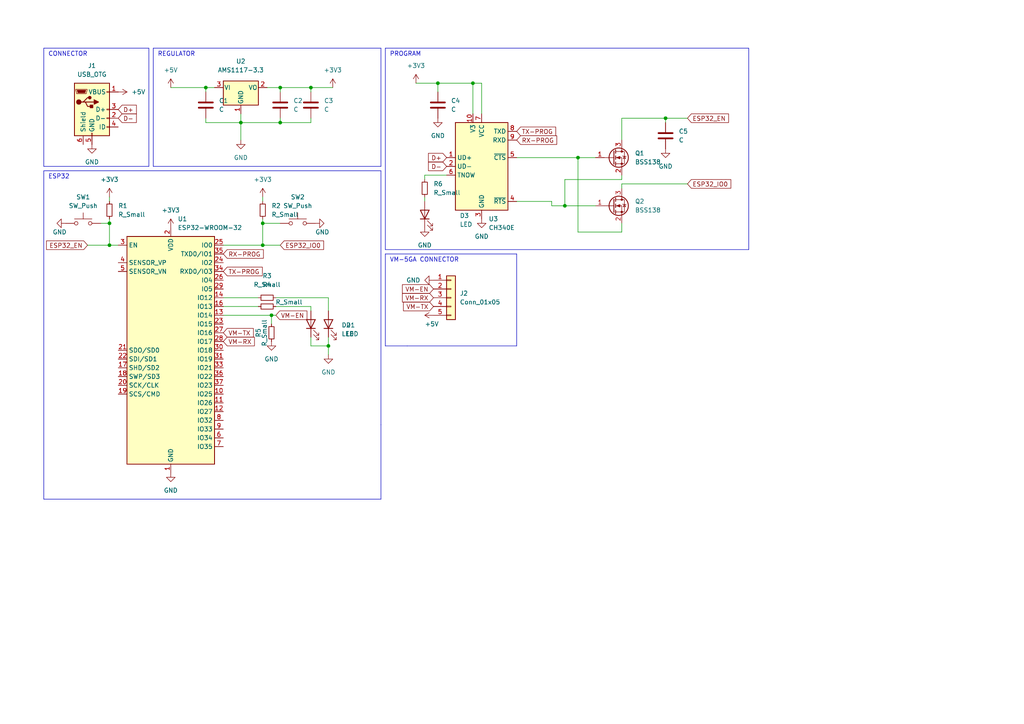
<source format=kicad_sch>
(kicad_sch (version 20230121) (generator eeschema)
  (paper "A4")
  (lib_symbols
    (symbol "Connector:USB_OTG" (pin_names (offset 1.016))
      (property "Reference" "J" (at -5.08 11.43 0))
      (property "Value" "USB_OTG" (at -5.08 8.89 0))
      (symbol "USB_OTG_0_1"
        (rectangle (start -5.08 -7.62) (end 5.08 7.62) (stroke (width 0.254)) (fill (type background)))
        (circle (center -3.81 2.159) (radius 0.635) (stroke (width 0.254)) (fill (type outline)))
        (circle (center -0.635 3.429) (radius 0.381) (stroke (width 0.254)) (fill (type outline)))
        (rectangle (start -0.127 -7.62) (end 0.127 -6.858))
        (polyline (pts (xy -1.905 2.159) (xy 0.635 2.159)) (stroke (width 0.254)))
        (polyline (pts (xy -3.175 2.159) (xy -2.54 2.159) (xy -1.27 3.429) (xy -0.635 3.429)) (stroke (width 0.254)))
        (polyline (pts (xy -2.54 2.159) (xy -1.905 2.159) (xy -1.27 0.889) (xy 0 0.889)) (stroke (width 0.254)))
        (polyline (pts (xy 0.635 2.794) (xy 0.635 1.524) (xy 1.905 2.159) (xy 0.635 2.794)) (stroke (width 0.254)) (fill (type outline)))
        (polyline (pts (xy -4.318 5.588) (xy -1.778 5.588) (xy -2.032 4.826) (xy -4.064 4.826) (xy -4.318 5.588)) (fill (type outline)))
        (polyline (pts (xy -4.699 5.842) (xy -4.699 5.588) (xy -4.445 4.826) (xy -4.445 4.572) (xy -1.651 4.572) (xy -1.651 4.826) (xy -1.397 5.588) (xy -1.397 5.842) (xy -4.699 5.842)))
        (rectangle (start 0.254 1.27) (end -0.508 0.508) (stroke (width 0.254)) (fill (type outline)))
        (rectangle (start 5.08 -5.207) (end 4.318 -4.953))
        (rectangle (start 5.08 -2.667) (end 4.318 -2.413))
        (rectangle (start 5.08 -0.127) (end 4.318 0.127))
        (rectangle (start 5.08 4.953) (end 4.318 5.207))
      )
      (symbol "USB_OTG_1_1"
        (pin passive line (at 7.62 5.08 180) (length 2.54) (name "VBUS") (number "1"))
        (pin bidirectional line (at 7.62 -2.54 180) (length 2.54) (name "D-") (number "2"))
        (pin bidirectional line (at 7.62 0 180) (length 2.54) (name "D+") (number "3"))
        (pin passive line (at 7.62 -5.08 180) (length 2.54) (name "ID") (number "4"))
        (pin passive line (at 0 -10.16 90) (length 2.54) (name "GND") (number "5"))
        (pin passive line (at -2.54 -10.16 90) (length 2.54) (name "Shield") (number "6"))
      )
    )
    (symbol "Connector_Generic:Conn_01x05" (pin_names (offset 1.016) hide)
      (property "Reference" "J" (at 0 7.62 0))
      (property "Value" "Conn_01x05" (at 0 -7.62 0))
      (symbol "Conn_01x05_1_1"
        (rectangle (start -1.27 -4.953) (end 0 -5.207) (stroke (width 0.1524)))
        (rectangle (start -1.27 -2.413) (end 0 -2.667) (stroke (width 0.1524)))
        (rectangle (start -1.27 0.127) (end 0 -0.127) (stroke (width 0.1524)))
        (rectangle (start -1.27 2.667) (end 0 2.413) (stroke (width 0.1524)))
        (rectangle (start -1.27 5.207) (end 0 4.953) (stroke (width 0.1524)))
        (rectangle (start -1.27 6.35) (end 1.27 -6.35) (stroke (width 0.254)) (fill (type background)))
        (pin passive line (at -5.08 5.08 0) (length 3.81) (name "Pin_1") (number "1"))
        (pin passive line (at -5.08 2.54 0) (length 3.81) (name "Pin_2") (number "2"))
        (pin passive line (at -5.08 0 0) (length 3.81) (name "Pin_3") (number "3"))
        (pin passive line (at -5.08 -2.54 0) (length 3.81) (name "Pin_4") (number "4"))
        (pin passive line (at -5.08 -5.08 0) (length 3.81) (name "Pin_5") (number "5"))
      )
    )
    (symbol "Device:C" (pin_numbers hide) (pin_names (offset 0.254))
      (property "Reference" "C" (at 0.635 2.54 0))
      (property "Value" "C" (at 0.635 -2.54 0))
      (symbol "C_0_1"
        (polyline (pts (xy -2.032 -0.762) (xy 2.032 -0.762)) (stroke (width 0.508)))
        (polyline (pts (xy -2.032 0.762) (xy 2.032 0.762)) (stroke (width 0.508)))
      )
      (symbol "C_1_1"
        (pin passive line (at 0 3.81 270) (length 2.794) (name "~") (number "1"))
        (pin passive line (at 0 -3.81 90) (length 2.794) (name "~") (number "2"))
      )
    )
    (symbol "Device:LED" (pin_numbers hide) (pin_names (offset 1.016) hide)
      (property "Reference" "D" (at 0 2.54 0))
      (property "Value" "LED" (at 0 -2.54 0))
      (symbol "LED_0_1"
        (polyline (pts (xy -1.27 -1.27) (xy -1.27 1.27)) (stroke (width 0.254)))
        (polyline (pts (xy -1.27 0) (xy 1.27 0)))
        (polyline (pts (xy 1.27 -1.27) (xy 1.27 1.27) (xy -1.27 0) (xy 1.27 -1.27)) (stroke (width 0.254)))
        (polyline (pts (xy -3.048 -0.762) (xy -4.572 -2.286) (xy -3.81 -2.286) (xy -4.572 -2.286) (xy -4.572 -1.524)))
        (polyline (pts (xy -1.778 -0.762) (xy -3.302 -2.286) (xy -2.54 -2.286) (xy -3.302 -2.286) (xy -3.302 -1.524)))
      )
      (symbol "LED_1_1"
        (pin passive line (at -3.81 0 0) (length 2.54) (name "K") (number "1"))
        (pin passive line (at 3.81 0 180) (length 2.54) (name "A") (number "2"))
      )
    )
    (symbol "Device:R_Small" (pin_numbers hide) (pin_names (offset 0.254) hide)
      (property "Reference" "R" (at 0.762 0.508 0))
      (property "Value" "R_Small" (at 0.762 -1.016 0))
      (symbol "R_Small_0_1"
        (rectangle (start -0.762 1.778) (end 0.762 -1.778) (stroke (width 0.2032)))
      )
      (symbol "R_Small_1_1"
        (pin passive line (at 0 2.54 270) (length 0.762) (name "~") (number "1"))
        (pin passive line (at 0 -2.54 90) (length 0.762) (name "~") (number "2"))
      )
    )
    (symbol "Interface_USB:CH340E"
      (property "Reference" "U" (at -5.08 13.97 0))
      (property "Value" "CH340E" (at 1.27 13.97 0))
      (symbol "CH340E_0_1"
        (rectangle (start -7.62 12.7) (end 7.62 -12.7) (stroke (width 0.254)) (fill (type background)))
      )
      (symbol "CH340E_1_1"
        (pin bidirectional line (at -10.16 2.54 0) (length 2.54) (name "UD+") (number "1"))
        (pin passive line (at -2.54 15.24 270) (length 2.54) (name "V3") (number "10"))
        (pin bidirectional line (at -10.16 0 0) (length 2.54) (name "UD-") (number "2"))
        (pin power_in line (at 0 -15.24 90) (length 2.54) (name "GND") (number "3"))
        (pin output line (at 10.16 -10.16 180) (length 2.54) (name "~{RTS}") (number "4"))
        (pin input line (at 10.16 2.54 180) (length 2.54) (name "~{CTS}") (number "5"))
        (pin output line (at -10.16 -2.54 0) (length 2.54) (name "TNOW") (number "6"))
        (pin power_in line (at 0 15.24 270) (length 2.54) (name "VCC") (number "7"))
        (pin output line (at 10.16 10.16 180) (length 2.54) (name "TXD") (number "8"))
        (pin input line (at 10.16 7.62 180) (length 2.54) (name "RXD") (number "9"))
      )
    )
    (symbol "RF_Module:ESP32-WROOM-32"
      (property "Reference" "U" (at -12.7 34.29 0))
      (property "Value" "ESP32-WROOM-32" (at 1.27 34.29 0))
      (symbol "ESP32-WROOM-32_0_1"
        (rectangle (start -12.7 33.02) (end 12.7 -33.02) (stroke (width 0.254)) (fill (type background)))
      )
      (symbol "ESP32-WROOM-32_1_1"
        (pin power_in line (at 0 -35.56 90) (length 2.54) (name "GND") (number "1"))
        (pin bidirectional line (at 15.24 -12.7 180) (length 2.54) (name "IO25") (number "10"))
        (pin bidirectional line (at 15.24 -15.24 180) (length 2.54) (name "IO26") (number "11"))
        (pin bidirectional line (at 15.24 -17.78 180) (length 2.54) (name "IO27") (number "12"))
        (pin bidirectional line (at 15.24 10.16 180) (length 2.54) (name "IO14") (number "13"))
        (pin bidirectional line (at 15.24 15.24 180) (length 2.54) (name "IO12") (number "14"))
        (pin passive line (at 0 -35.56 90) (length 2.54) hide (name "GND") (number "15"))
        (pin bidirectional line (at 15.24 12.7 180) (length 2.54) (name "IO13") (number "16"))
        (pin bidirectional line (at -15.24 -5.08 0) (length 2.54) (name "SHD/SD2") (number "17"))
        (pin bidirectional line (at -15.24 -7.62 0) (length 2.54) (name "SWP/SD3") (number "18"))
        (pin bidirectional line (at -15.24 -12.7 0) (length 2.54) (name "SCS/CMD") (number "19"))
        (pin power_in line (at 0 35.56 270) (length 2.54) (name "VDD") (number "2"))
        (pin bidirectional line (at -15.24 -10.16 0) (length 2.54) (name "SCK/CLK") (number "20"))
        (pin bidirectional line (at -15.24 0 0) (length 2.54) (name "SDO/SD0") (number "21"))
        (pin bidirectional line (at -15.24 -2.54 0) (length 2.54) (name "SDI/SD1") (number "22"))
        (pin bidirectional line (at 15.24 7.62 180) (length 2.54) (name "IO15") (number "23"))
        (pin bidirectional line (at 15.24 25.4 180) (length 2.54) (name "IO2") (number "24"))
        (pin bidirectional line (at 15.24 30.48 180) (length 2.54) (name "IO0") (number "25"))
        (pin bidirectional line (at 15.24 20.32 180) (length 2.54) (name "IO4") (number "26"))
        (pin bidirectional line (at 15.24 5.08 180) (length 2.54) (name "IO16") (number "27"))
        (pin bidirectional line (at 15.24 2.54 180) (length 2.54) (name "IO17") (number "28"))
        (pin bidirectional line (at 15.24 17.78 180) (length 2.54) (name "IO5") (number "29"))
        (pin input line (at -15.24 30.48 0) (length 2.54) (name "EN") (number "3"))
        (pin bidirectional line (at 15.24 0 180) (length 2.54) (name "IO18") (number "30"))
        (pin bidirectional line (at 15.24 -2.54 180) (length 2.54) (name "IO19") (number "31"))
        (pin no_connect line (at -12.7 -27.94 0) (length 2.54) hide (name "NC") (number "32"))
        (pin bidirectional line (at 15.24 -5.08 180) (length 2.54) (name "IO21") (number "33"))
        (pin bidirectional line (at 15.24 22.86 180) (length 2.54) (name "RXD0/IO3") (number "34"))
        (pin bidirectional line (at 15.24 27.94 180) (length 2.54) (name "TXD0/IO1") (number "35"))
        (pin bidirectional line (at 15.24 -7.62 180) (length 2.54) (name "IO22") (number "36"))
        (pin bidirectional line (at 15.24 -10.16 180) (length 2.54) (name "IO23") (number "37"))
        (pin passive line (at 0 -35.56 90) (length 2.54) hide (name "GND") (number "38"))
        (pin passive line (at 0 -35.56 90) (length 2.54) hide (name "GND") (number "39"))
        (pin input line (at -15.24 25.4 0) (length 2.54) (name "SENSOR_VP") (number "4"))
        (pin input line (at -15.24 22.86 0) (length 2.54) (name "SENSOR_VN") (number "5"))
        (pin input line (at 15.24 -25.4 180) (length 2.54) (name "IO34") (number "6"))
        (pin input line (at 15.24 -27.94 180) (length 2.54) (name "IO35") (number "7"))
        (pin bidirectional line (at 15.24 -20.32 180) (length 2.54) (name "IO32") (number "8"))
        (pin bidirectional line (at 15.24 -22.86 180) (length 2.54) (name "IO33") (number "9"))
      )
    )
    (symbol "Regulator_Linear:AMS1117-3.3" (pin_names (offset 0.254))
      (property "Reference" "U" (at -3.81 3.175 0))
      (property "Value" "AMS1117-3.3" (at 0 3.175 0))
      (symbol "AMS1117-3.3_0_1"
        (rectangle (start -5.08 -5.08) (end 5.08 1.905) (stroke (width 0.254)) (fill (type background)))
      )
      (symbol "AMS1117-3.3_1_1"
        (pin power_in line (at 0 -7.62 90) (length 2.54) (name "GND") (number "1"))
        (pin power_out line (at 7.62 0 180) (length 2.54) (name "VO") (number "2"))
        (pin power_in line (at -7.62 0 0) (length 2.54) (name "VI") (number "3"))
      )
    )
    (symbol "Switch:SW_Push" (pin_numbers hide) (pin_names (offset 1.016) hide)
      (property "Reference" "SW" (at 1.27 2.54 0))
      (property "Value" "SW_Push" (at 0 -1.524 0))
      (symbol "SW_Push_0_1"
        (circle (center -2.032 0) (radius 0.508))
        (polyline (pts (xy 0 1.27) (xy 0 3.048)))
        (polyline (pts (xy 2.54 1.27) (xy -2.54 1.27)))
        (circle (center 2.032 0) (radius 0.508))
        (pin passive line (at -5.08 0 0) (length 2.54) (name "1") (number "1"))
        (pin passive line (at 5.08 0 180) (length 2.54) (name "2") (number "2"))
      )
    )
    (symbol "Transistor_FET:BSS138" (pin_names hide)
      (property "Reference" "Q" (at 5.08 1.905 0))
      (property "Value" "BSS138" (at 5.08 0 0))
      (symbol "BSS138_0_1"
        (polyline (pts (xy 0.254 0) (xy -2.54 0)))
        (polyline (pts (xy 0.254 1.905) (xy 0.254 -1.905)) (stroke (width 0.254)))
        (polyline (pts (xy 0.762 -1.27) (xy 0.762 -2.286)) (stroke (width 0.254)))
        (polyline (pts (xy 0.762 0.508) (xy 0.762 -0.508)) (stroke (width 0.254)))
        (polyline (pts (xy 0.762 2.286) (xy 0.762 1.27)) (stroke (width 0.254)))
        (polyline (pts (xy 2.54 2.54) (xy 2.54 1.778)))
        (polyline (pts (xy 2.54 -2.54) (xy 2.54 0) (xy 0.762 0)))
        (polyline (pts (xy 0.762 -1.778) (xy 3.302 -1.778) (xy 3.302 1.778) (xy 0.762 1.778)))
        (polyline (pts (xy 1.016 0) (xy 2.032 0.381) (xy 2.032 -0.381) (xy 1.016 0)) (fill (type outline)))
        (polyline (pts (xy 2.794 0.508) (xy 2.921 0.381) (xy 3.683 0.381) (xy 3.81 0.254)))
        (polyline (pts (xy 3.302 0.381) (xy 2.921 -0.254) (xy 3.683 -0.254) (xy 3.302 0.381)))
        (circle (center 1.651 0) (radius 2.794) (stroke (width 0.254)))
        (circle (center 2.54 -1.778) (radius 0.254) (fill (type outline)))
        (circle (center 2.54 1.778) (radius 0.254) (fill (type outline)))
      )
      (symbol "BSS138_1_1"
        (pin input line (at -5.08 0 0) (length 2.54) (name "G") (number "1"))
        (pin passive line (at 2.54 -5.08 90) (length 2.54) (name "S") (number "2"))
        (pin passive line (at 2.54 5.08 270) (length 2.54) (name "D") (number "3"))
      )
    )
    (symbol "power:+3V3" (power) (pin_names (offset 0))
      (property "Value" "+3V3" (at 0 3.556 0))
      (symbol "+3V3_0_1"
        (polyline (pts (xy -0.762 1.27) (xy 0 2.54)))
        (polyline (pts (xy 0 0) (xy 0 2.54)))
        (polyline (pts (xy 0 2.54) (xy 0.762 1.27)))
      )
      (symbol "+3V3_1_1"
        (pin power_in line (at 0 0 90) (length 0) hide (name "+3V3") (number "1"))
      )
    )
    (symbol "power:+5V" (power) (pin_names (offset 0))
      (property "Value" "+5V" (at 0 3.556 0))
      (symbol "+5V_0_1"
        (polyline (pts (xy -0.762 1.27) (xy 0 2.54)))
        (polyline (pts (xy 0 0) (xy 0 2.54)))
        (polyline (pts (xy 0 2.54) (xy 0.762 1.27)))
      )
      (symbol "+5V_1_1"
        (pin power_in line (at 0 0 90) (length 0) hide (name "+5V") (number "1"))
      )
    )
    (symbol "power:GND" (power) (pin_names (offset 0))
      (property "Value" "GND" (at 0 -3.81 0))
      (symbol "GND_0_1"
        (polyline (pts (xy 0 0) (xy 0 -1.27) (xy 1.27 -1.27) (xy 0 -2.54) (xy -1.27 -1.27) (xy 0 -1.27)))
      )
      (symbol "GND_1_1"
        (pin power_in line (at 0 0 270) (length 0) hide (name "GND") (number "1"))
      )
    )
  )
  (junction (at 31.75 71.12))
  (junction (at 78.74 91.44))
  (junction (at 95.25 100.33))
  (junction (at 59.69 25.4))
  (junction (at 127 24.13))
  (junction (at 163.83 59.69))
  (junction (at 81.28 35.56))
  (junction (at 69.85 35.56))
  (junction (at 137.16 24.13))
  (junction (at 76.2 64.77))
  (junction (at 193.04 34.29))
  (junction (at 90.17 25.4))
  (junction (at 81.28 25.4))
  (junction (at 31.75 64.77))
  (junction (at 76.2 71.12))
  (junction (at 167.64 45.72))
  (wire (pts (xy 90.17 25.4) (xy 96.52 25.4)))
  (polyline (pts (xy 111.76 73.66) (xy 111.76 100.33)))
  (wire (pts (xy 95.25 100.33) (xy 95.25 102.87)))
  (polyline (pts (xy 43.18 48.26) (xy 43.18 13.97)))
  (wire (pts (xy 76.2 71.12) (xy 64.77 71.12)))
  (wire (pts (xy 76.2 63.5) (xy 76.2 64.77)))
  (wire (pts (xy 167.64 45.72) (xy 172.72 45.72)))
  (polyline (pts (xy 111.76 72.39) (xy 217.17 72.39)))
  (wire (pts (xy 81.28 26.67) (xy 81.28 25.4)))
  (polyline (pts (xy 43.18 13.97) (xy 12.7 13.97)))
  (polyline (pts (xy 12.7 48.26) (xy 43.18 48.26)))
  (wire (pts (xy 90.17 26.67) (xy 90.17 25.4)))
  (wire (pts (xy 123.19 52.07) (xy 123.19 50.8)))
  (polyline (pts (xy 12.7 49.53) (xy 12.7 144.78)))
  (wire (pts (xy 180.34 52.07) (xy 163.83 52.07)))
  (wire (pts (xy 180.34 67.31) (xy 167.64 67.31)))
  (wire (pts (xy 31.75 63.5) (xy 31.75 64.77)))
  (wire (pts (xy 90.17 88.9) (xy 90.17 90.17)))
  (polyline (pts (xy 44.45 48.26) (xy 44.45 13.97)))
  (wire (pts (xy 80.01 88.9) (xy 90.17 88.9)))
  (wire (pts (xy 77.47 25.4) (xy 81.28 25.4)))
  (wire (pts (xy 49.53 25.4) (xy 59.69 25.4)))
  (wire (pts (xy 180.34 54.61) (xy 180.34 53.34)))
  (wire (pts (xy 59.69 35.56) (xy 69.85 35.56)))
  (wire (pts (xy 180.34 53.34) (xy 199.39 53.34)))
  (wire (pts (xy 90.17 97.79) (xy 90.17 100.33)))
  (wire (pts (xy 69.85 35.56) (xy 69.85 40.64)))
  (wire (pts (xy 59.69 25.4) (xy 62.23 25.4)))
  (polyline (pts (xy 110.49 123.19) (xy 110.49 144.78)))
  (wire (pts (xy 180.34 64.77) (xy 180.34 67.31)))
  (wire (pts (xy 59.69 34.29) (xy 59.69 35.56)))
  (wire (pts (xy 137.16 24.13) (xy 137.16 33.02)))
  (polyline (pts (xy 44.45 13.97) (xy 110.49 13.97)))
  (wire (pts (xy 64.77 91.44) (xy 78.74 91.44)))
  (wire (pts (xy 76.2 71.12) (xy 76.2 64.77)))
  (wire (pts (xy 137.16 24.13) (xy 139.7 24.13)))
  (polyline (pts (xy 110.49 123.19) (xy 110.49 49.53)))
  (wire (pts (xy 31.75 71.12) (xy 31.75 64.77)))
  (wire (pts (xy 31.75 64.77) (xy 29.21 64.77)))
  (wire (pts (xy 78.74 91.44) (xy 80.01 91.44)))
  (wire (pts (xy 80.01 86.36) (xy 95.25 86.36)))
  (wire (pts (xy 163.83 59.69) (xy 160.02 59.69)))
  (wire (pts (xy 123.19 57.15) (xy 123.19 58.42)))
  (polyline (pts (xy 111.76 100.33) (xy 118.11 100.33)))
  (wire (pts (xy 90.17 34.29) (xy 90.17 35.56)))
  (wire (pts (xy 180.34 50.8) (xy 180.34 52.07)))
  (polyline (pts (xy 110.49 13.97) (xy 110.49 48.26)))
  (wire (pts (xy 193.04 34.29) (xy 193.04 35.56)))
  (wire (pts (xy 167.64 67.31) (xy 167.64 45.72)))
  (wire (pts (xy 180.34 40.64) (xy 180.34 34.29)))
  (wire (pts (xy 160.02 58.42) (xy 149.86 58.42)))
  (wire (pts (xy 31.75 57.15) (xy 31.75 58.42)))
  (wire (pts (xy 90.17 100.33) (xy 95.25 100.33)))
  (wire (pts (xy 81.28 25.4) (xy 90.17 25.4)))
  (wire (pts (xy 76.2 64.77) (xy 81.28 64.77)))
  (polyline (pts (xy 12.7 144.78) (xy 110.49 144.78)))
  (wire (pts (xy 123.19 50.8) (xy 129.54 50.8)))
  (polyline (pts (xy 118.11 100.33) (xy 149.86 100.33)))
  (polyline (pts (xy 12.7 13.97) (xy 12.7 48.26)))
  (wire (pts (xy 193.04 34.29) (xy 199.39 34.29)))
  (wire (pts (xy 25.4 71.12) (xy 31.75 71.12)))
  (wire (pts (xy 95.25 86.36) (xy 95.25 90.17)))
  (wire (pts (xy 31.75 71.12) (xy 34.29 71.12)))
  (wire (pts (xy 120.65 24.13) (xy 127 24.13)))
  (wire (pts (xy 172.72 59.69) (xy 163.83 59.69)))
  (wire (pts (xy 139.7 33.02) (xy 139.7 24.13)))
  (polyline (pts (xy 110.49 48.26) (xy 44.45 48.26)))
  (wire (pts (xy 78.74 91.44) (xy 78.74 93.98)))
  (polyline (pts (xy 111.76 13.97) (xy 111.76 72.39)))
  (polyline (pts (xy 217.17 13.97) (xy 111.76 13.97)))
  (wire (pts (xy 90.17 35.56) (xy 81.28 35.56)))
  (wire (pts (xy 180.34 34.29) (xy 193.04 34.29)))
  (wire (pts (xy 64.77 86.36) (xy 74.93 86.36)))
  (wire (pts (xy 163.83 52.07) (xy 163.83 59.69)))
  (wire (pts (xy 149.86 45.72) (xy 167.64 45.72)))
  (wire (pts (xy 64.77 88.9) (xy 74.93 88.9)))
  (wire (pts (xy 69.85 33.02) (xy 69.85 35.56)))
  (wire (pts (xy 59.69 25.4) (xy 59.69 26.67)))
  (polyline (pts (xy 149.86 100.33) (xy 149.86 73.66)))
  (wire (pts (xy 95.25 97.79) (xy 95.25 100.33)))
  (polyline (pts (xy 217.17 72.39) (xy 217.17 13.97)))
  (wire (pts (xy 76.2 57.15) (xy 76.2 58.42)))
  (wire (pts (xy 81.28 35.56) (xy 69.85 35.56)))
  (wire (pts (xy 81.28 34.29) (xy 81.28 35.56)))
  (wire (pts (xy 81.28 71.12) (xy 76.2 71.12)))
  (wire (pts (xy 127 24.13) (xy 127 26.67)))
  (wire (pts (xy 160.02 59.69) (xy 160.02 58.42)))
  (wire (pts (xy 127 24.13) (xy 137.16 24.13)))
  (polyline (pts (xy 149.86 73.66) (xy 111.76 73.66)))
  (polyline (pts (xy 110.49 49.53) (xy 12.7 49.53)))
  (text "VM-5GA CONNECTOR\n" (at 113.03 76.2 0) (effects (font (size 1.27 1.27)) (justify left bottom)))
  (text "REGULATOR" (at 45.72 16.51 0) (effects (font (size 1.27 1.27)) (justify left bottom)))
  (text "ESP32\n" (at 13.97 52.07 0) (effects (font (size 1.27 1.27)) (justify left bottom)))
  (text "PROGRAM" (at 113.03 16.51 0) (effects (font (size 1.27 1.27)) (justify left bottom)))
  (text "CONNECTOR" (at 13.97 16.51 0) (effects (font (size 1.27 1.27)) (justify left bottom)))
  (global_label "VM-RX" (shape input) (at 125.73 86.36 180) (property "Intersheetrefs" "${INTERSHEET_REFS}" (effects hide)))
  (global_label "ESP32_EN" (shape input) (at 25.4 71.12 180) (property "Intersheetrefs" "${INTERSHEET_REFS}" (effects hide)))
  (global_label "ESP32_EN" (shape input) (at 199.39 34.29 0) (property "Intersheetrefs" "${INTERSHEET_REFS}" (effects hide)))
  (global_label "TX-PROG" (shape input) (at 149.86 38.1 0) (property "Intersheetrefs" "${INTERSHEET_REFS}" (effects hide)))
  (global_label "D+" (shape input) (at 129.54 45.72 180) (property "Intersheetrefs" "${INTERSHEET_REFS}" (effects hide)))
  (global_label "VM-EN" (shape input) (at 80.01 91.44 0) (property "Intersheetrefs" "${INTERSHEET_REFS}" (effects hide)))
  (global_label "D+" (shape input) (at 34.29 31.75 0) (property "Intersheetrefs" "${INTERSHEET_REFS}" (effects hide)))
  (global_label "TX-PROG" (shape input) (at 64.77 78.74 0) (property "Intersheetrefs" "${INTERSHEET_REFS}" (effects hide)))
  (global_label "D-" (shape input) (at 129.54 48.26 180) (property "Intersheetrefs" "${INTERSHEET_REFS}" (effects hide)))
  (global_label "VM-EN" (shape input) (at 125.73 83.82 180) (property "Intersheetrefs" "${INTERSHEET_REFS}" (effects hide)))
  (global_label "ESP32_IO0" (shape input) (at 199.39 53.34 0) (property "Intersheetrefs" "${INTERSHEET_REFS}" (effects hide)))
  (global_label "VM-TX" (shape input) (at 125.73 88.9 180) (property "Intersheetrefs" "${INTERSHEET_REFS}" (effects hide)))
  (global_label "RX-PROG" (shape input) (at 149.86 40.64 0) (property "Intersheetrefs" "${INTERSHEET_REFS}" (effects hide)))
  (global_label "ESP32_IO0" (shape input) (at 81.28 71.12 0) (property "Intersheetrefs" "${INTERSHEET_REFS}" (effects hide)))
  (global_label "RX-PROG" (shape input) (at 64.77 73.66 0) (property "Intersheetrefs" "${INTERSHEET_REFS}" (effects hide)))
  (global_label "D-" (shape input) (at 34.29 34.29 0) (property "Intersheetrefs" "${INTERSHEET_REFS}" (effects hide)))
  (global_label "VM-TX" (shape input) (at 64.77 96.52 0) (property "Intersheetrefs" "${INTERSHEET_REFS}" (effects hide)))
  (global_label "VM-RX" (shape input) (at 64.77 99.06 0) (property "Intersheetrefs" "${INTERSHEET_REFS}" (effects hide)))
  (symbol (lib_id "Device:LED") (at 123.19 62.23 90) (unit 1)
    (property "Reference" "D3" (at 133.35 62.5474 90) (effects (justify right)))
    (property "Value" "LED" (at 133.35 65.0874 90) (effects (justify right)))
    (property "Footprint" "LED_SMD:LED_0603_1608Metric" (effects hide))
  )
  (symbol (lib_id "power:GND") (at 193.04 43.18 0) (unit 1)
    (property "Reference" "#PWR0101" (effects hide))
    (property "Value" "GND" (at 193.04 48.26 0))
  )
  (symbol (lib_id "power:+3V3") (at 49.53 66.04 0) (unit 1)
    (property "Reference" "#PWR0114" (effects hide))
    (property "Value" "+3V3" (at 49.53 60.96 0))
  )
  (symbol (lib_id "power:GND") (at 123.19 66.04 0) (unit 1)
    (property "Reference" "#PWR01" (effects hide))
    (property "Value" "GND" (at 123.19 71.12 0))
  )
  (symbol (lib_id "Device:R_Small") (at 76.2 60.96 0) (unit 1)
    (property "Reference" "R2" (at 78.74 59.6899 0) (effects (justify left)))
    (property "Value" "R_Small" (at 78.74 62.2299 0) (effects (justify left)))
    (property "Footprint" "Resistor_SMD:R_0603_1608Metric" (effects hide))
  )
  (symbol (lib_id "Device:R_Small") (at 123.19 54.61 180) (unit 1)
    (property "Reference" "R6" (at 125.73 53.34 0) (effects (justify right)))
    (property "Value" "R_Small" (at 125.73 55.88 0) (effects (justify right)))
    (property "Footprint" "Resistor_SMD:R_0603_1608Metric" (effects hide))
  )
  (symbol (lib_id "power:GND") (at 69.85 40.64 0) (unit 1)
    (property "Reference" "#PWR0106" (effects hide))
    (property "Value" "GND" (at 69.85 45.72 0))
  )
  (symbol (lib_id "Switch:SW_Push") (at 24.13 64.77 0) (unit 1)
    (property "Reference" "SW1" (at 24.13 57.15 0))
    (property "Value" "SW_Push" (at 24.13 59.69 0))
    (property "Footprint" "Button_Switch_SMD:SW_SPST_FSMSM" (effects hide))
  )
  (symbol (lib_id "power:+3V3") (at 96.52 25.4 0) (unit 1)
    (property "Reference" "#PWR0105" (effects hide))
    (property "Value" "+3V3" (at 96.52 20.32 0))
  )
  (symbol (lib_id "Device:R_Small") (at 31.75 60.96 0) (unit 1)
    (property "Reference" "R1" (at 34.29 59.6899 0) (effects (justify left)))
    (property "Value" "R_Small" (at 34.29 62.2299 0) (effects (justify left)))
    (property "Footprint" "Resistor_SMD:R_0603_1608Metric" (effects hide))
  )
  (symbol (lib_id "power:+5V") (at 125.73 91.44 90) (unit 1)
    (property "Reference" "#PWR0116" (effects hide))
    (property "Value" "+5V" (at 123.19 93.98 90) (effects (justify right)))
  )
  (symbol (lib_id "power:GND") (at 125.73 81.28 270) (unit 1)
    (property "Reference" "#PWR0117" (effects hide))
    (property "Value" "GND" (at 121.92 81.2799 90) (effects (justify right)))
  )
  (symbol (lib_id "Interface_USB:CH340E") (at 139.7 48.26 0) (unit 1)
    (property "Reference" "U3" (at 141.7194 63.5 0) (effects (justify left)))
    (property "Value" "CH340E" (at 141.7194 66.04 0) (effects (justify left)))
    (property "Footprint" "Package_SO:MSOP-10_3x3mm_P0.5mm" (effects hide))
    (property "Datasheet" "https://www.mpja.com/download/35227cpdata.pdf" (effects hide))
  )
  (symbol (lib_id "Device:LED") (at 95.25 93.98 90) (unit 1)
    (property "Reference" "D2" (at 99.06 94.2974 90) (effects (justify right)))
    (property "Value" "LED" (at 99.06 96.8374 90) (effects (justify right)))
    (property "Footprint" "LED_SMD:LED_0603_1608Metric" (effects hide))
  )
  (symbol (lib_id "Device:LED") (at 90.17 93.98 90) (unit 1)
    (property "Reference" "D1" (at 100.33 94.2974 90) (effects (justify right)))
    (property "Value" "LED" (at 100.33 96.8374 90) (effects (justify right)))
    (property "Footprint" "LED_SMD:LED_0603_1608Metric" (effects hide))
  )
  (symbol (lib_id "power:GND") (at 78.74 99.06 0) (unit 1)
    (property "Reference" "#PWR0118" (effects hide))
    (property "Value" "GND" (at 78.74 104.14 0))
  )
  (symbol (lib_id "Transistor_FET:BSS138") (at 177.8 59.69 0) (unit 1)
    (property "Reference" "Q2" (at 184.15 58.4199 0) (effects (justify left)))
    (property "Value" "BSS138" (at 184.15 60.9599 0) (effects (justify left)))
    (property "Footprint" "Package_TO_SOT_SMD:SOT-23" (effects hide))
    (property "Datasheet" "https://www.onsemi.com/pub/Collateral/BSS138-D.PDF" (effects hide))
  )
  (symbol (lib_id "Connector_Generic:Conn_01x05") (at 130.81 86.36 0) (unit 1)
    (property "Reference" "J2" (at 133.35 85.0899 0) (effects (justify left)))
    (property "Value" "Conn_01x05" (at 133.35 87.6299 0) (effects (justify left)))
    (property "Footprint" "Connector_PinHeader_2.54mm:PinHeader_1x05_P2.54mm_Vertical" (effects hide))
  )
  (symbol (lib_id "Device:C") (at 59.69 30.48 0) (unit 1)
    (property "Reference" "C1" (at 63.5 29.2099 0) (effects (justify left)))
    (property "Value" "C" (at 63.5 31.7499 0) (effects (justify left)))
    (property "Footprint" "Capacitor_SMD:C_0603_1608Metric" (effects hide))
  )
  (symbol (lib_id "Device:R_Small") (at 77.47 88.9 90) (unit 1)
    (property "Reference" "R4" (at 77.47 82.55 90))
    (property "Value" "R_Small" (at 83.82 87.63 90))
    (property "Footprint" "Resistor_SMD:R_0603_1608Metric" (effects hide))
  )
  (symbol (lib_id "Switch:SW_Push") (at 86.36 64.77 0) (unit 1)
    (property "Reference" "SW2" (at 86.36 57.15 0))
    (property "Value" "SW_Push" (at 86.36 59.69 0))
    (property "Footprint" "Button_Switch_SMD:SW_SPST_FSMSM" (effects hide))
  )
  (symbol (lib_id "Regulator_Linear:AMS1117-3.3") (at 69.85 25.4 0) (unit 1)
    (property "Reference" "U2" (at 69.85 17.78 0))
    (property "Value" "AMS1117-3.3" (at 69.85 20.32 0))
    (property "Footprint" "Package_TO_SOT_SMD:SOT-223-3_TabPin2" (effects hide))
    (property "Datasheet" "http://www.advanced-monolithic.com/pdf/ds1117.pdf" (effects hide))
  )
  (symbol (lib_id "Device:C") (at 81.28 30.48 0) (unit 1)
    (property "Reference" "C2" (at 85.09 29.2099 0) (effects (justify left)))
    (property "Value" "C" (at 85.09 31.7499 0) (effects (justify left)))
    (property "Footprint" "Capacitor_SMD:C_0603_1608Metric" (effects hide))
  )
  (symbol (lib_id "Device:C") (at 127 30.48 0) (unit 1)
    (property "Reference" "C4" (at 130.81 29.2099 0) (effects (justify left)))
    (property "Value" "C" (at 130.81 31.7499 0) (effects (justify left)))
    (property "Footprint" "Capacitor_SMD:C_0603_1608Metric" (effects hide))
  )
  (symbol (lib_id "power:+5V") (at 49.53 25.4 0) (unit 1)
    (property "Reference" "#PWR0107" (effects hide))
    (property "Value" "+5V" (at 49.53 20.32 0))
  )
  (symbol (lib_id "power:GND") (at 139.7 63.5 0) (unit 1)
    (property "Reference" "#PWR0102" (effects hide))
    (property "Value" "GND" (at 139.7 68.58 0))
  )
  (symbol (lib_id "power:+3V3") (at 31.75 57.15 0) (unit 1)
    (property "Reference" "#PWR0110" (effects hide))
    (property "Value" "+3V3" (at 31.75 52.07 0))
  )
  (symbol (lib_id "Device:R_Small") (at 78.74 96.52 0) (unit 1)
    (property "Reference" "R5" (at 74.93 96.52 90))
    (property "Value" "R_Small" (at 76.6993 96.5507 90))
    (property "Footprint" "Resistor_SMD:R_0603_1608Metric" (effects hide))
  )
  (symbol (lib_id "Transistor_FET:BSS138") (at 177.8 45.72 0) (unit 1)
    (property "Reference" "Q1" (at 184.15 44.4499 0) (effects (justify left)))
    (property "Value" "BSS138" (at 184.15 46.9899 0) (effects (justify left)))
    (property "Footprint" "Package_TO_SOT_SMD:SOT-23" (effects hide))
    (property "Datasheet" "https://www.onsemi.com/pub/Collateral/BSS138-D.PDF" (effects hide))
  )
  (symbol (lib_id "Device:R_Small") (at 77.47 86.36 90) (unit 1)
    (property "Reference" "R3" (at 77.47 80.01 90))
    (property "Value" "R_Small" (at 77.47 82.55 90))
    (property "Footprint" "Resistor_SMD:R_0603_1608Metric" (effects hide))
  )
  (symbol (lib_id "power:GND") (at 49.53 137.16 0) (unit 1)
    (property "Reference" "#PWR0115" (effects hide))
    (property "Value" "GND" (at 49.53 142.24 0))
  )
  (symbol (lib_id "Device:C") (at 193.04 39.37 0) (unit 1)
    (property "Reference" "C5" (at 196.85 38.0999 0) (effects (justify left)))
    (property "Value" "C" (at 196.85 40.6399 0) (effects (justify left)))
    (property "Footprint" "Capacitor_SMD:C_0603_1608Metric" (effects hide))
  )
  (symbol (lib_id "power:GND") (at 91.44 64.77 90) (unit 1)
    (property "Reference" "#PWR0113" (effects hide))
    (property "Value" "GND" (at 91.44 67.31 90) (effects (justify right)))
  )
  (symbol (lib_id "power:GND") (at 127 34.29 0) (unit 1)
    (property "Reference" "#PWR0103" (effects hide))
    (property "Value" "GND" (at 127 39.37 0))
  )
  (symbol (lib_id "RF_Module:ESP32-WROOM-32") (at 49.53 101.6 0) (unit 1)
    (property "Reference" "U1" (at 51.5494 63.5 0) (effects (justify left)))
    (property "Value" "ESP32-WROOM-32" (at 51.5494 66.04 0) (effects (justify left)))
    (property "Footprint" "RF_Module:ESP32-WROOM-32" (effects hide))
    (property "Datasheet" "https://www.espressif.com/sites/default/files/documentation/esp32-wroom-32_datasheet_en.pdf" (effects hide))
  )
  (symbol (lib_id "Connector:USB_OTG") (at 26.67 31.75 0) (unit 1)
    (property "Reference" "J1" (at 26.67 19.05 0))
    (property "Value" "USB_OTG" (at 26.67 21.59 0))
    (property "Footprint" "Connector_USB:USB_Micro-B_Amphenol_10118194_Horizontal" (effects hide))
    (property "Datasheet" " ~" (effects hide))
  )
  (symbol (lib_id "power:GND") (at 95.25 102.87 0) (unit 1)
    (property "Reference" "#PWR0119" (effects hide))
    (property "Value" "GND" (at 95.25 107.95 0))
  )
  (symbol (lib_id "power:+3V3") (at 76.2 57.15 0) (unit 1)
    (property "Reference" "#PWR0112" (effects hide))
    (property "Value" "+3V3" (at 76.2 52.07 0))
  )
  (symbol (lib_id "power:+3V3") (at 120.65 24.13 0) (unit 1)
    (property "Reference" "#PWR0104" (effects hide))
    (property "Value" "+3V3" (at 120.65 19.05 0))
  )
  (symbol (lib_id "Device:C") (at 90.17 30.48 0) (unit 1)
    (property "Reference" "C3" (at 93.98 29.2099 0) (effects (justify left)))
    (property "Value" "C" (at 93.98 31.7499 0) (effects (justify left)))
    (property "Footprint" "Capacitor_SMD:C_0603_1608Metric" (effects hide))
  )
  (symbol (lib_id "power:GND") (at 26.67 41.91 0) (unit 1)
    (property "Reference" "#PWR0109" (effects hide))
    (property "Value" "GND" (at 26.67 46.99 0))
  )
  (symbol (lib_id "power:GND") (at 19.05 64.77 270) (unit 1)
    (property "Reference" "#PWR0111" (effects hide))
    (property "Value" "GND" (at 15.24 67.31 90) (effects (justify left)))
  )
  (symbol (lib_id "power:+5V") (at 34.29 26.67 270) (unit 1)
    (property "Reference" "#PWR0108" (effects hide))
    (property "Value" "+5V" (at 38.1 26.6699 90) (effects (justify left)))
  )
)
</source>
